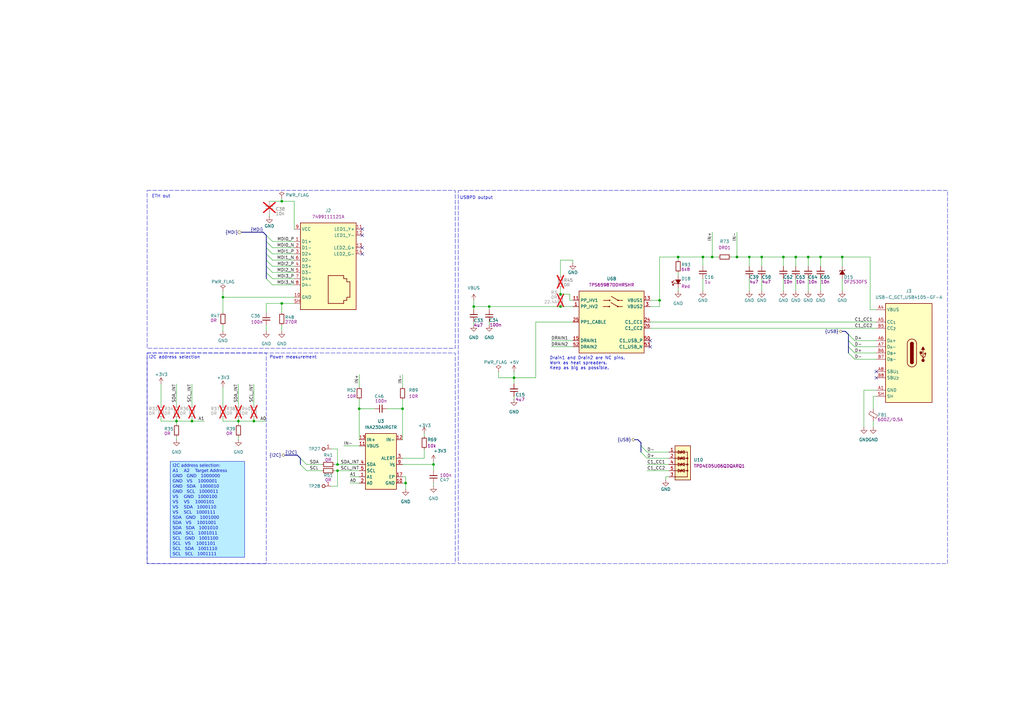
<source format=kicad_sch>
(kicad_sch (version 20250114) (generator "eeschema") (generator_version "9.0")
  (paper "A3")
  (title_block (title "Power over Ethernet  to USB-C Power Delivery adapter") (date "2025-12-30") (rev "1.1.0") (company "Antmicro Ltd.") (comment 1 "www.antmicro.com"))
  (rectangle (start 60.325 144.78) (end 109.22 231.14) (stroke (width 0) (type dash)))
  (rectangle (start 60.325 78.105) (end 186.69 142.875) (stroke (width 0) (type dash)))
  (rectangle (start 60.325 144.78) (end 186.69 231.14) (stroke (width 0) (type dash)))
  (rectangle (start 187.96 78.105) (end 388.62 231.14) (stroke (width 0) (type dash)))
  (text "Drain1 and Drain2 are NC pins.\nWork as heat spreaders.\nKeep as big as possible." (at 225.425 151.765 0) (effects (font (size 1.27 1.27)) (justify left bottom)))
  (text "Power measurement" (at 110.49 147.32 0) (effects (font (size 1.27 1.27)) (justify left bottom)))
  (text "USBPD output" (at 188.595 81.915 0) (effects (font (size 1.27 1.27)) (justify left bottom)))
  (text "ETH out" (at 62.23 81.28 0) (effects (font (size 1.27 1.27)) (justify left bottom)))
  (text "I2C address selection" (at 60.96 147.32 0) (effects (font (size 1.27 1.27)) (justify left bottom)))
  (text_box "I2C address selection:\nA1    A2    Target Address\nGND   GND   1000000\nGND   VS    1000001\nGND   SDA   1000010\nGND   SCL   1000011\nVS    GND   1000100\nVS    VS    1000101\nVS    SDA   1000110\nVS    SCL   1000111\nSDA   GND   1001000\nSDA   VS    1001001\nSDA   SDA   1001010\nSDA   SCL   1001011\nSCL   GND   1001100\nSCL   VS    1001101\nSCL   SDA   1001110\nSCL   SCL   1001111" (at 69.85 189.23 0) (size 30.48 39.37) (margins 0.9525 0.9525 0.9525 0.9525) (fill (type color) (color 85 210 255 0.41)) (effects (font (size 1.27 1.27)) (justify left top)))
  (junction (at 72.39 172.72))
  (junction (at 312.42 105.41))
  (junction (at 115.57 82.55))
  (junction (at 210.82 154.94))
  (junction (at 288.29 105.41))
  (junction (at 336.55 105.41))
  (junction (at 91.44 121.92))
  (junction (at 326.39 105.41))
  (junction (at 321.31 105.41))
  (junction (at 78.74 172.72))
  (junction (at 115.57 124.46))
  (junction (at 229.87 125.73))
  (junction (at 165.1 167.64))
  (junction (at 278.13 105.41))
  (junction (at 138.43 190.5))
  (junction (at 345.44 105.41))
  (junction (at 147.32 167.64))
  (junction (at 166.37 198.12))
  (junction (at 104.14 172.72))
  (junction (at 229.87 120.65))
  (junction (at 331.47 105.41))
  (junction (at 194.31 125.73))
  (junction (at 138.43 193.04))
  (junction (at 307.34 105.41))
  (junction (at 200.66 125.73))
  (junction (at 292.1 105.41))
  (junction (at 302.26 105.41))
  (junction (at 177.8 190.5))
  (junction (at 97.79 172.72))
  (junction (at 270.51 123.19))
  (no_connect (at 359.41 154.94))
  (no_connect (at 266.7 139.7))
  (no_connect (at 148.59 96.52))
  (no_connect (at 359.41 152.4))
  (no_connect (at 266.7 142.24))
  (no_connect (at 148.59 104.14))
  (no_connect (at 148.59 93.98))
  (no_connect (at 148.59 101.6))
  (bus_entry (at 350.52 139.7) (size -2.54 -2.54))
  (bus_entry (at 265.43 187.96) (size -2.54 -2.54))
  (bus_entry (at 109.22 96.52) (size 2.54 2.54))
  (bus_entry (at 109.22 106.68) (size 2.54 2.54))
  (bus_entry (at 125.73 193.04) (size -2.54 -2.54))
  (bus_entry (at 125.73 190.5) (size -2.54 -2.54))
  (bus_entry (at 109.22 104.14) (size 2.54 2.54))
  (bus_entry (at 265.43 185.42) (size -2.54 -2.54))
  (bus_entry (at 350.52 142.24) (size -2.54 -2.54))
  (bus_entry (at 350.52 147.32) (size -2.54 -2.54))
  (bus_entry (at 109.22 109.22) (size 2.54 2.54))
  (bus_entry (at 109.22 101.6) (size 2.54 2.54))
  (bus_entry (at 109.22 111.76) (size 2.54 2.54))
  (bus_entry (at 109.22 114.3) (size 2.54 2.54))
  (bus_entry (at 350.52 144.78) (size -2.54 -2.54))
  (bus_entry (at 109.22 99.06) (size 2.54 2.54))
  (wire (pts (xy 354.33 160.02) (xy 354.33 175.26)))
  (wire (pts (xy 120.65 106.68) (xy 111.76 106.68)))
  (wire (pts (xy 200.66 132.08) (xy 200.66 133.35)))
  (wire (pts (xy 91.44 121.92) (xy 91.44 128.27)))
  (wire (pts (xy 194.31 125.73) (xy 200.66 125.73)))
  (wire (pts (xy 104.14 172.72) (xy 109.22 172.72)))
  (wire (pts (xy 143.51 198.12) (xy 147.32 198.12)))
  (wire (pts (xy 270.51 105.41) (xy 270.51 123.19)))
  (bus (pts (xy 109.22 104.14) (xy 109.22 106.68)))
  (wire (pts (xy 226.06 142.24) (xy 234.95 142.24)))
  (wire (pts (xy 265.43 193.04) (xy 274.32 193.04)))
  (wire (pts (xy 266.7 132.08) (xy 359.41 132.08)))
  (wire (pts (xy 331.47 109.22) (xy 331.47 105.41)))
  (wire (pts (xy 194.31 132.08) (xy 194.31 133.35)))
  (wire (pts (xy 292.1 105.41) (xy 294.64 105.41)))
  (bus (pts (xy 109.22 101.6) (xy 109.22 104.14)))
  (wire (pts (xy 166.37 198.12) (xy 165.1 198.12)))
  (wire (pts (xy 321.31 105.41) (xy 326.39 105.41)))
  (wire (pts (xy 72.39 172.72) (xy 72.39 173.99)))
  (wire (pts (xy 200.66 125.73) (xy 229.87 125.73)))
  (wire (pts (xy 177.8 189.23) (xy 177.8 190.5)))
  (wire (pts (xy 120.65 116.84) (xy 111.76 116.84)))
  (bus (pts (xy 109.22 96.52) (xy 107.95 95.25)))
  (bus (pts (xy 109.22 99.06) (xy 109.22 101.6)))
  (wire (pts (xy 233.68 120.65) (xy 233.68 123.19)))
  (wire (pts (xy 265.43 187.96) (xy 274.32 187.96)))
  (wire (pts (xy 78.74 171.45) (xy 78.74 172.72)))
  (wire (pts (xy 350.52 144.78) (xy 359.41 144.78)))
  (wire (pts (xy 326.39 114.3) (xy 326.39 119.38)))
  (wire (pts (xy 358.14 172.72) (xy 358.14 175.26)))
  (wire (pts (xy 173.99 177.8) (xy 173.99 179.07)))
  (wire (pts (xy 265.43 190.5) (xy 274.32 190.5)))
  (wire (pts (xy 278.13 111.76) (xy 278.13 113.03)))
  (wire (pts (xy 110.49 87.63) (xy 110.49 88.9)))
  (wire (pts (xy 115.57 128.27) (xy 115.57 124.46)))
  (wire (pts (xy 270.51 105.41) (xy 278.13 105.41)))
  (wire (pts (xy 331.47 114.3) (xy 331.47 119.38)))
  (wire (pts (xy 138.43 193.04) (xy 147.32 193.04)))
  (wire (pts (xy 165.1 195.58) (xy 166.37 195.58)))
  (wire (pts (xy 345.44 109.22) (xy 345.44 105.41)))
  (wire (pts (xy 307.34 109.22) (xy 307.34 105.41)))
  (wire (pts (xy 147.32 153.67) (xy 147.32 158.75)))
  (wire (pts (xy 137.16 193.04) (xy 138.43 193.04)))
  (wire (pts (xy 120.65 104.14) (xy 111.76 104.14)))
  (wire (pts (xy 72.39 179.07) (xy 72.39 180.34)))
  (wire (pts (xy 210.82 154.94) (xy 204.47 154.94)))
  (wire (pts (xy 147.32 163.83) (xy 147.32 167.64)))
  (wire (pts (xy 138.43 184.15) (xy 138.43 190.5)))
  (wire (pts (xy 78.74 157.48) (xy 78.74 166.37)))
  (wire (pts (xy 135.89 184.15) (xy 138.43 184.15)))
  (wire (pts (xy 115.57 133.35) (xy 115.57 135.89)))
  (wire (pts (xy 165.1 187.96) (xy 173.99 187.96)))
  (wire (pts (xy 200.66 125.73) (xy 200.66 127)))
  (wire (pts (xy 307.34 105.41) (xy 312.42 105.41)))
  (wire (pts (xy 120.65 109.22) (xy 111.76 109.22)))
  (wire (pts (xy 120.65 82.55) (xy 115.57 82.55)))
  (wire (pts (xy 91.44 158.75) (xy 91.44 166.37)))
  (wire (pts (xy 229.87 125.73) (xy 234.95 125.73)))
  (wire (pts (xy 229.87 113.03) (xy 229.87 106.68)))
  (wire (pts (xy 115.57 81.28) (xy 115.57 82.55)))
  (wire (pts (xy 326.39 109.22) (xy 326.39 105.41)))
  (wire (pts (xy 109.22 124.46) (xy 115.57 124.46)))
  (wire (pts (xy 278.13 105.41) (xy 288.29 105.41)))
  (bus (pts (xy 262.89 185.42) (xy 262.89 182.88)))
  (wire (pts (xy 109.22 124.46) (xy 109.22 128.27)))
  (wire (pts (xy 158.75 167.64) (xy 165.1 167.64)))
  (wire (pts (xy 143.51 195.58) (xy 147.32 195.58)))
  (bus (pts (xy 262.89 182.88) (xy 262.89 181.61)))
  (wire (pts (xy 273.05 196.85) (xy 273.05 195.58)))
  (wire (pts (xy 97.79 171.45) (xy 97.79 172.72)))
  (bus (pts (xy 262.89 181.61) (xy 261.62 180.34)))
  (wire (pts (xy 270.51 125.73) (xy 266.7 125.73)))
  (wire (pts (xy 210.82 154.94) (xy 210.82 157.48)))
  (wire (pts (xy 336.55 109.22) (xy 336.55 105.41)))
  (wire (pts (xy 292.1 95.25) (xy 292.1 105.41)))
  (wire (pts (xy 219.71 154.94) (xy 219.71 132.08)))
  (wire (pts (xy 97.79 157.48) (xy 97.79 166.37)))
  (wire (pts (xy 177.8 198.12) (xy 177.8 199.39)))
  (wire (pts (xy 358.14 162.56) (xy 358.14 167.64)))
  (bus (pts (xy 99.06 95.25) (xy 107.95 95.25)))
  (wire (pts (xy 97.79 172.72) (xy 104.14 172.72)))
  (wire (pts (xy 350.52 147.32) (xy 359.41 147.32)))
  (bus (pts (xy 116.84 186.69) (xy 121.92 186.69)))
  (wire (pts (xy 229.87 106.68) (xy 234.95 106.68)))
  (wire (pts (xy 109.22 133.35) (xy 109.22 135.89)))
  (wire (pts (xy 210.82 154.94) (xy 219.71 154.94)))
  (wire (pts (xy 120.65 101.6) (xy 111.76 101.6)))
  (wire (pts (xy 345.44 114.3) (xy 345.44 119.38)))
  (wire (pts (xy 138.43 190.5) (xy 147.32 190.5)))
  (bus (pts (xy 347.98 137.16) (xy 347.98 139.7)))
  (wire (pts (xy 321.31 114.3) (xy 321.31 119.38)))
  (bus (pts (xy 347.98 139.7) (xy 347.98 142.24)))
  (wire (pts (xy 288.29 105.41) (xy 292.1 105.41)))
  (wire (pts (xy 97.79 179.07) (xy 97.79 180.34)))
  (wire (pts (xy 307.34 114.3) (xy 307.34 119.38)))
  (wire (pts (xy 312.42 105.41) (xy 321.31 105.41)))
  (wire (pts (xy 104.14 157.48) (xy 104.14 166.37)))
  (wire (pts (xy 266.7 134.62) (xy 359.41 134.62)))
  (wire (pts (xy 125.73 193.04) (xy 132.08 193.04)))
  (wire (pts (xy 91.44 133.35) (xy 91.44 135.89)))
  (wire (pts (xy 72.39 172.72) (xy 78.74 172.72)))
  (wire (pts (xy 165.1 153.67) (xy 165.1 158.75)))
  (wire (pts (xy 270.51 123.19) (xy 266.7 123.19)))
  (wire (pts (xy 356.87 127) (xy 359.41 127)))
  (wire (pts (xy 288.29 109.22) (xy 288.29 105.41)))
  (wire (pts (xy 173.99 187.96) (xy 173.99 184.15)))
  (wire (pts (xy 321.31 109.22) (xy 321.31 105.41)))
  (wire (pts (xy 336.55 105.41) (xy 345.44 105.41)))
  (wire (pts (xy 91.44 172.72) (xy 97.79 172.72)))
  (wire (pts (xy 356.87 105.41) (xy 356.87 127)))
  (wire (pts (xy 331.47 105.41) (xy 336.55 105.41)))
  (wire (pts (xy 326.39 105.41) (xy 331.47 105.41)))
  (wire (pts (xy 91.44 172.72) (xy 91.44 171.45)))
  (bus (pts (xy 347.98 137.16) (xy 346.71 135.89)))
  (bus (pts (xy 109.22 96.52) (xy 109.22 99.06)))
  (wire (pts (xy 229.87 118.11) (xy 229.87 120.65)))
  (wire (pts (xy 147.32 167.64) (xy 153.67 167.64)))
  (wire (pts (xy 194.31 123.19) (xy 194.31 125.73)))
  (bus (pts (xy 109.22 109.22) (xy 109.22 111.76)))
  (wire (pts (xy 312.42 109.22) (xy 312.42 105.41)))
  (wire (pts (xy 97.79 172.72) (xy 97.79 173.99)))
  (bus (pts (xy 347.98 142.24) (xy 347.98 144.78)))
  (wire (pts (xy 302.26 105.41) (xy 307.34 105.41)))
  (wire (pts (xy 166.37 195.58) (xy 166.37 198.12)))
  (wire (pts (xy 138.43 199.39) (xy 138.43 193.04)))
  (wire (pts (xy 120.65 114.3) (xy 111.76 114.3)))
  (bus (pts (xy 345.44 135.89) (xy 346.71 135.89)))
  (bus (pts (xy 109.22 106.68) (xy 109.22 109.22)))
  (wire (pts (xy 229.87 120.65) (xy 233.68 120.65)))
  (wire (pts (xy 350.52 142.24) (xy 359.41 142.24)))
  (bus (pts (xy 109.22 111.76) (xy 109.22 114.3)))
  (wire (pts (xy 72.39 157.48) (xy 72.39 166.37)))
  (wire (pts (xy 226.06 139.7) (xy 234.95 139.7)))
  (wire (pts (xy 278.13 106.68) (xy 278.13 105.41)))
  (wire (pts (xy 312.42 114.3) (xy 312.42 119.38)))
  (wire (pts (xy 66.04 172.72) (xy 66.04 171.45)))
  (wire (pts (xy 359.41 160.02) (xy 354.33 160.02)))
  (wire (pts (xy 210.82 162.56) (xy 210.82 163.83)))
  (wire (pts (xy 125.73 190.5) (xy 132.08 190.5)))
  (wire (pts (xy 265.43 185.42) (xy 274.32 185.42)))
  (wire (pts (xy 274.32 195.58) (xy 273.05 195.58)))
  (wire (pts (xy 165.1 180.34) (xy 165.1 167.64)))
  (wire (pts (xy 270.51 123.19) (xy 270.51 125.73)))
  (wire (pts (xy 166.37 200.66) (xy 166.37 198.12)))
  (wire (pts (xy 233.68 123.19) (xy 234.95 123.19)))
  (wire (pts (xy 115.57 124.46) (xy 120.65 124.46)))
  (wire (pts (xy 359.41 162.56) (xy 358.14 162.56)))
  (wire (pts (xy 350.52 139.7) (xy 359.41 139.7)))
  (wire (pts (xy 137.16 190.5) (xy 138.43 190.5)))
  (wire (pts (xy 135.89 199.39) (xy 138.43 199.39)))
  (wire (pts (xy 234.95 106.68) (xy 234.95 107.95)))
  (wire (pts (xy 345.44 105.41) (xy 356.87 105.41)))
  (wire (pts (xy 299.72 105.41) (xy 302.26 105.41)))
  (bus (pts (xy 260.35 180.34) (xy 261.62 180.34)))
  (wire (pts (xy 110.49 82.55) (xy 115.57 82.55)))
  (wire (pts (xy 104.14 171.45) (xy 104.14 172.72)))
  (wire (pts (xy 165.1 167.64) (xy 165.1 163.83)))
  (wire (pts (xy 194.31 125.73) (xy 194.31 127)))
  (wire (pts (xy 120.65 111.76) (xy 111.76 111.76)))
  (wire (pts (xy 336.55 114.3) (xy 336.55 119.38)))
  (bus (pts (xy 123.19 187.96) (xy 121.92 186.69)))
  (wire (pts (xy 278.13 119.38) (xy 278.13 118.11)))
  (wire (pts (xy 147.32 182.88) (xy 140.97 182.88)))
  (wire (pts (xy 219.71 132.08) (xy 234.95 132.08)))
  (wire (pts (xy 120.65 82.55) (xy 120.65 93.98)))
  (wire (pts (xy 91.44 119.38) (xy 91.44 121.92)))
  (wire (pts (xy 72.39 171.45) (xy 72.39 172.72)))
  (wire (pts (xy 120.65 99.06) (xy 111.76 99.06)))
  (wire (pts (xy 147.32 180.34) (xy 147.32 167.64)))
  (wire (pts (xy 78.74 172.72) (xy 83.82 172.72)))
  (bus (pts (xy 123.19 190.5) (xy 123.19 187.96)))
  (wire (pts (xy 91.44 121.92) (xy 120.65 121.92)))
  (wire (pts (xy 204.47 154.94) (xy 204.47 152.4)))
  (wire (pts (xy 177.8 190.5) (xy 177.8 193.04)))
  (wire (pts (xy 210.82 152.4) (xy 210.82 154.94)))
  (wire (pts (xy 66.04 172.72) (xy 72.39 172.72)))
  (wire (pts (xy 288.29 114.3) (xy 288.29 119.38)))
  (wire (pts (xy 165.1 190.5) (xy 177.8 190.5)))
  (wire (pts (xy 302.26 95.25) (xy 302.26 105.41)))
  (wire (pts (xy 66.04 157.48) (xy 66.04 166.37)))
  (label "IN+" (at 292.1 95.25 270))
  (label "IN+" (at 147.32 153.67 270))
  (label "D-" (at 265.43 185.42 0))
  (label "MDI2_P" (at 120.65 109.22 180))
  (label "D-" (at 350.52 147.32 0))
  (label "MDI0_P" (at 120.65 99.06 180))
  (label "A1" (at 143.51 195.58 0))
  (label "A0" (at 109.22 172.72 180))
  (label "IN-" (at 140.97 182.88 0))
  (label "SCL" (at 127 193.04 0))
  (label "IN-" (at 302.26 95.25 270))
  (label "MDI1_N" (at 120.65 106.68 180))
  (label "SCL_INT" (at 139.7 193.04 0))
  (label "SDA" (at 127 190.5 0))
  (label "A0" (at 143.51 198.12 0))
  (label "MDI1_P" (at 120.65 104.14 180))
  (label "SDA_INT" (at 139.7 190.5 0))
  (label "D+" (at 265.43 187.96 0))
  (label "DRAIN1" (at 226.06 139.7 0))
  (label "{MDI}" (at 107.95 95.25 180))
  (label "MDI3_P" (at 120.65 114.3 180))
  (label "SCL_INT" (at 78.74 157.48 270))
  (label "D-" (at 350.52 142.24 0))
  (label "C1_CC1" (at 265.43 190.5 0))
  (label "MDI0_N" (at 120.65 101.6 180))
  (label "SDA_INT" (at 72.39 157.48 270))
  (label "{I2C}" (at 121.92 186.69 180))
  (label "MDI2_N" (at 120.65 111.76 180))
  (label "DRAIN2" (at 226.06 142.24 0))
  (label "SCL_INT" (at 104.14 157.48 270))
  (label "D+" (at 350.52 139.7 0))
  (label "C1_CC1" (at 350.52 132.08 0))
  (label "C1_CC2" (at 265.43 193.04 0))
  (label "C1_CC2" (at 350.52 134.62 0))
  (label "D+" (at 350.52 144.78 0))
  (label "MDI3_N" (at 120.65 116.84 180))
  (label "A1" (at 83.82 172.72 180))
  (label "IN-" (at 165.1 153.67 270))
  (label "SDA_INT" (at 97.79 157.48 270))
  (hierarchical_label "{I2C}" (shape bidirectional) (at 116.84 186.69 180))
  (hierarchical_label "{USB}" (shape bidirectional) (at 345.44 135.89 180))
  (hierarchical_label "{MDI}" (shape input) (at 99.06 95.25 180))
  (hierarchical_label "{USB}" (shape bidirectional) (at 260.35 180.34 180))
  (symbol (lib_id "antmicroResistors0402:R_0R_0402") (at 132.08 190.5 0) (unit 1)
    (property "Reference" "R41" (at 134.62 186.69 0))
    (property "Value" "R_0R_0402" (effects (hide yes)))
    (property "Footprint" "antmicro-footprints:R_0402_1005Metric" (effects (hide yes)))
    (property "Datasheet" "https://industrial.panasonic.com/cdbs/www-data/pdf/RDA0000/AOA0000C301.pdf" (effects (hide yes)))
    (property "MPN" "ERJ2GE0R00X" (effects (hide yes)))
    (property "Manufacturer" "Panasonic" (effects (hide yes)))
    (property "License" "Apache-2.0" (effects (hide yes)))
    (property "Author" "Antmicro" (effects (hide yes)))
    (property "Val" "0R" (at 134.62 188.595 0))
    (property "Current" "1A" (effects (hide yes)))
  )
  (symbol (lib_id "antmicropower:GND") (at 109.22 135.89 0) (unit 1)
    (property "Reference" "#PWR077" (effects (hide yes)))
    (property "Value" "GND" (at 109.22 140.97 0))
    (property "Author" "Antmicro" (effects (hide yes)))
    (property "License" "Apache-2.0" (effects (hide yes)))
  )
  (symbol (lib_id "antmicropower:GND") (at 354.33 175.26 0) (unit 1)
    (property "Reference" "#PWR070" (effects (hide yes)))
    (property "Value" "GND" (at 354.33 180.34 0))
    (property "Author" "Antmicro" (effects (hide yes)))
    (property "License" "Apache-2.0" (effects (hide yes)))
  )
  (symbol (lib_id "antmicropower:GND") (at 288.29 119.38 0) (unit 1)
    (property "Reference" "#PWR069" (effects (hide yes)))
    (property "Value" "GND" (at 288.29 123.19 0))
    (property "Author" "Antmicro" (effects (hide yes)))
    (property "License" "Apache-2.0" (effects (hide yes)))
  )
  (symbol (lib_id "antmicropower:VBUS") (at 194.31 123.19 0) (unit 1)
    (property "Reference" "#PWR068" (effects (hide yes)))
    (property "Value" "VBUS" (at 194.31 118.11 0))
  )
  (symbol (lib_id "antmicropower:GND") (at 234.95 107.95 0) (unit 1)
    (property "Reference" "#PWR079" (effects (hide yes)))
    (property "Value" "GND" (at 234.95 111.76 0))
    (property "Author" "Antmicro" (effects (hide yes)))
    (property "License" "Apache-2.0" (effects (hide yes)))
  )
  (symbol (lib_id "antmicroCapacitors0402:C_100n_0402") (at 153.67 167.64 0) (unit 1)
    (property "Reference" "C46" (at 157.48 162.56 0) (effects (justify right)))
    (property "Value" "C_100n_0402" (effects (hide yes)))
    (property "Footprint" "antmicro-footprints:C_0402_1005Metric" (effects (hide yes)))
    (property "Datasheet" "https://www.murata.com/products/productdetail?partno=GRM155R61H104KE14%23" (effects (hide yes)))
    (property "Manufacturer" "Murata" (effects (hide yes)))
    (property "MPN" "GRM155R61H104KE14D" (effects (hide yes)))
    (property "Val" "100n" (at 158.75 164.465 0) (effects (justify right)))
    (property "License" "Apache-2.0" (effects (hide yes)))
    (property "Author" "Antmicro" (effects (hide yes)))
    (property "Voltage" "50V" (effects (hide yes)))
    (property "Dielectric" "X5R" (effects (hide yes)))
  )
  (symbol (lib_id "antmicroResistors0402:R_10R_0402") (at 147.32 163.83 90) (unit 1)
    (property "Reference" "R52" (at 142.24 160.02 90) (effects (justify right)))
    (property "Value" "R_10R_0402" (effects (hide yes)))
    (property "Footprint" "antmicro-footprints:R_0402_1005Metric" (effects (hide yes)))
    (property "Datasheet" "https://www.bourns.com/docs/product-datasheets/cr.pdf" (effects (hide yes)))
    (property "MPN" "CR0402-FX-10R0GLF" (effects (hide yes)))
    (property "Manufacturer" "Bourns" (effects (hide yes)))
    (property "License" "Apache-2.0" (effects (hide yes)))
    (property "Author" "Antmicro" (effects (hide yes)))
    (property "Val" "10R" (at 142.24 162.56 90) (effects (justify right)))
    (property "Tolerance" "1%" (effects (hide yes)))
  )
  (symbol (lib_id "antmicroInterfaceControllers:TPS65987DDHRSHR") (at 266.7 123.19 0) (mirror y) (unit 2)
    (property "Reference" "U6" (at 250.825 114.3 0))
    (property "Value" "TPS65987DDHRSHR" (effects (hide yes)))
    (property "Footprint" "antmicro-footprints:IC_TPS65987DDHRSHR" (effects (hide yes)))
    (property "Datasheet" "https://www.ti.com/lit/ds/symlink/tps65987d.pdf?ts=1720696952762&ref_url=https%253A%252F%252Fwww.ti.com%252Fproduct%252FTPS65987D%253Fbm-verify%253DAAQAAAAJ_____-o1LmU18E_WILkZVvHcuKcPEfFwTS6tlsW23TXkZNPfmEOYosFoIDVa7Oh0Ev5AAtjNRV4ReLn5eUD6s97WJfgAA_3PhpK-eL4wPHvTUXD1m6m55vocQ48bEQGa5RdOjfzwFS_n64Qgq_LV0eCM8BpVDumG4dpzVJRXXmSapYB1T1asOudiO5noPttKmAGgLVVJvd_Rmvs30u_CZ2y8V--rVvb0aqpgdV8xphKy6VS4nXHBIvJslmLIeV6BQAwkbF2aqBvN7X1bD4bCuRQBwj8ZENhQeurU-sJFAEMwDe3QxEmxyKw" (effects (hide yes)))
    (property "MPN" "TPS65987DDHRSHR" (at 250.825 116.84 0))
    (property "Manufacturer" "Texas Instruments" (effects (hide yes)))
    (property "License" "Apache-2.0" (effects (hide yes)))
    (property "Author" "Antmicro" (effects (hide yes)))
  )
  (symbol (lib_id "antmicroResistors0402:R_0R_0402") (at 104.14 171.45 90) (unit 1) (in_bom no) (dnp yes)
    (property "Reference" "R40" (at 99.06 167.64 90) (effects (justify right)))
    (property "Value" "R_0R_0402" (effects (hide yes)))
    (property "Footprint" "antmicro-footprints:R_0402_1005Metric" (effects (hide yes)))
    (property "Datasheet" "https://industrial.panasonic.com/cdbs/www-data/pdf/RDA0000/AOA0000C301.pdf" (effects (hide yes)))
    (property "MPN" "ERJ2GE0R00X" (effects (hide yes)))
    (property "Manufacturer" "Panasonic" (effects (hide yes)))
    (property "License" "Apache-2.0" (effects (hide yes)))
    (property "Author" "Antmicro" (effects (hide yes)))
    (property "Val" "0R" (at 99.06 169.545 90) (effects (justify right)))
    (property "Current" "1A" (effects (hide yes)))
    (property "DNP" "DNP" (effects (hide yes)))
  )
  (symbol (lib_id "antmicroResistors0402:R_0R_0402") (at 97.79 171.45 90) (unit 1) (in_bom no) (dnp yes)
    (property "Reference" "R38" (at 92.71 167.64 90) (effects (justify right)))
    (property "Value" "R_0R_0402" (effects (hide yes)))
    (property "Footprint" "antmicro-footprints:R_0402_1005Metric" (effects (hide yes)))
    (property "Datasheet" "https://industrial.panasonic.com/cdbs/www-data/pdf/RDA0000/AOA0000C301.pdf" (effects (hide yes)))
    (property "MPN" "ERJ2GE0R00X" (effects (hide yes)))
    (property "Manufacturer" "Panasonic" (effects (hide yes)))
    (property "License" "Apache-2.0" (effects (hide yes)))
    (property "Author" "Antmicro" (effects (hide yes)))
    (property "Val" "0R" (at 92.71 169.545 90) (effects (justify right)))
    (property "Current" "1A" (effects (hide yes)))
    (property "DNP" "DNP" (effects (hide yes)))
  )
  (symbol (lib_id "antmicropower:PWR_FLAG") (at 204.47 152.4 0) (unit 1)
    (property "Reference" "#FLG013" (effects (hide yes)))
    (property "Value" "PWR_FLAG" (at 203.2 148.59 0))
  )
  (symbol (lib_id "antmicropower:GND") (at 326.39 119.38 0) (unit 1)
    (property "Reference" "#PWR0165" (effects (hide yes)))
    (property "Value" "GND" (at 326.39 123.19 0))
    (property "Author" "Antmicro" (effects (hide yes)))
    (property "License" "Apache-2.0" (effects (hide yes)))
  )
  (symbol (lib_id "antmicroUSBConnectors:USB-C_GCT_USB4105-GF-A") (at 359.41 127 0) (mirror y) (unit 1)
    (property "Reference" "J3" (at 372.745 119.38 0))
    (property "Value" "USB-C_GCT_USB4105-GF-A" (at 372.745 121.92 0))
    (property "Footprint" "antmicro-footprints:USB-C_Receptacle_GCT_USB4105-GF-A" (effects (hide yes)))
    (property "Datasheet" "https://gct.co/files/drawings/usb4105.pdf" (effects (hide yes)))
    (property "Manufacturer" "GCT" (effects (hide yes)))
    (property "MPN" "USB4105-GF-A" (effects (hide yes)))
    (property "Author" "Antmicro" (effects (hide yes)))
    (property "License" "Apache-2.0" (effects (hide yes)))
  )
  (symbol (lib_id "antmicropower:+3V3") (at 177.8 189.23 0) (unit 1)
    (property "Reference" "#PWR066" (effects (hide yes)))
    (property "Value" "+3V3" (at 177.8 185.674 0) (effects (justify left bottom)))
    (property "Author" "Antmicro" (effects (hide yes)))
    (property "License" "Apache-2.0" (effects (hide yes)))
  )
  (symbol (lib_id "antmicroCapacitors0402:C_10n_50V_X7R_0402") (at 110.49 87.63 90) (unit 1) (in_bom no) (dnp yes)
    (property "Reference" "C38" (at 113.03 85.725 90) (effects (justify right)))
    (property "Value" "C_10n_50V_X7R_0402" (effects (hide yes)))
    (property "Footprint" "antmicro-footprints:C_0402_1005Metric" (effects (hide yes)))
    (property "Datasheet" "https://www.kemet.com/en/us/capacitors/product/C0402C103J5RAC.html" (effects (hide yes)))
    (property "MPN" "C0402C103J5RAC" (effects (hide yes)))
    (property "Val" "10n" (at 113.03 87.63 90) (effects (justify right)))
    (property "Voltage" "50V" (effects (hide yes)))
    (property "Dielectric" "X7R" (effects (hide yes)))
    (property "Manufacturer" "KEMET" (effects (hide yes)))
    (property "License" "Apache-2.0" (effects (hide yes)))
    (property "Author" "Antmicro" (effects (hide yes)))
  )
  (symbol (lib_id "antmicropower:GND") (at 91.44 135.89 0) (unit 1)
    (property "Reference" "#PWR076" (effects (hide yes)))
    (property "Value" "GND" (at 91.44 139.7 0))
    (property "Author" "Antmicro" (effects (hide yes)))
    (property "License" "Apache-2.0" (effects (hide yes)))
  )
  (symbol (lib_id "antmicroCapacitors0402:C_10n_50V_X7R_0402") (at 326.39 114.3 90) (unit 1)
    (property "Reference" "C63" (at 326.39 113.665 90) (effects (justify right)))
    (property "Value" "C_10n_50V_X7R_0402" (effects (hide yes)))
    (property "Footprint" "antmicro-footprints:C_0402_1005Metric" (effects (hide yes)))
    (property "Datasheet" "https://www.kemet.com/en/us/capacitors/product/C0402C103J5RAC.html" (effects (hide yes)))
    (property "MPN" "C0402C103J5RAC" (effects (hide yes)))
    (property "Val" "10n" (at 326.39 115.57 90) (effects (justify right)))
    (property "Voltage" "50V" (effects (hide yes)))
    (property "Dielectric" "X7R" (effects (hide yes)))
    (property "Manufacturer" "KEMET" (effects (hide yes)))
    (property "License" "Apache-2.0" (effects (hide yes)))
    (property "Author" "Antmicro" (effects (hide yes)))
  )
  (symbol (lib_id "antmicroResistors0402:R_10R_0402") (at 165.1 163.83 90) (unit 1)
    (property "Reference" "R89" (at 167.64 160.02 90) (effects (justify right)))
    (property "Value" "R_10R_0402" (effects (hide yes)))
    (property "Footprint" "antmicro-footprints:R_0402_1005Metric" (effects (hide yes)))
    (property "Datasheet" "https://www.bourns.com/docs/product-datasheets/cr.pdf" (effects (hide yes)))
    (property "MPN" "CR0402-FX-10R0GLF" (effects (hide yes)))
    (property "Manufacturer" "Bourns" (effects (hide yes)))
    (property "License" "Apache-2.0" (effects (hide yes)))
    (property "Author" "Antmicro" (effects (hide yes)))
    (property "Val" "10R" (at 167.64 162.56 90) (effects (justify right)))
    (property "Tolerance" "1%" (effects (hide yes)))
  )
  (symbol (lib_id "antmicroResistors0402:R_0R_0402") (at 72.39 179.07 90) (unit 1)
    (property "Reference" "R35" (at 67.31 175.895 90) (effects (justify right)))
    (property "Value" "R_0R_0402" (effects (hide yes)))
    (property "Footprint" "antmicro-footprints:R_0402_1005Metric" (effects (hide yes)))
    (property "Datasheet" "https://industrial.panasonic.com/cdbs/www-data/pdf/RDA0000/AOA0000C301.pdf" (effects (hide yes)))
    (property "MPN" "ERJ2GE0R00X" (effects (hide yes)))
    (property "Manufacturer" "Panasonic" (effects (hide yes)))
    (property "License" "Apache-2.0" (effects (hide yes)))
    (property "Author" "Antmicro" (effects (hide yes)))
    (property "Val" "0R" (at 67.31 177.8 90) (effects (justify right)))
    (property "Current" "1A" (effects (hide yes)))
    (property "DNP" "DNP" (effects (hide yes)))
  )
  (symbol (lib_id "antmicroTestPoints:TP_0.75mm_SMD") (at 135.89 199.39 0) (mirror y) (unit 1) (in_bom no)
    (property "Reference" "TP28" (at 131.445 199.39 0) (effects (justify left)))
    (property "Value" "TP_0.75mm_SMD" (effects (hide yes)))
    (property "Footprint" "antmicro-footprints:TP_SMD_0.75mm" (effects (hide yes)))
    (property "Author" "Antmicro" (effects (hide yes)))
    (property "License" "Apache-2.0" (effects (hide yes)))
  )
  (symbol (lib_id "antmicroResistors0402:R_0R_0402") (at 72.39 171.45 90) (unit 1) (in_bom no) (dnp yes)
    (property "Reference" "R34" (at 67.31 167.64 90) (effects (justify right)))
    (property "Value" "R_0R_0402" (effects (hide yes)))
    (property "Footprint" "antmicro-footprints:R_0402_1005Metric" (effects (hide yes)))
    (property "Datasheet" "https://industrial.panasonic.com/cdbs/www-data/pdf/RDA0000/AOA0000C301.pdf" (effects (hide yes)))
    (property "MPN" "ERJ2GE0R00X" (effects (hide yes)))
    (property "Manufacturer" "Panasonic" (effects (hide yes)))
    (property "License" "Apache-2.0" (effects (hide yes)))
    (property "Author" "Antmicro" (effects (hide yes)))
    (property "Val" "0R" (at 67.31 169.545 90) (effects (justify right)))
    (property "Current" "1A" (effects (hide yes)))
    (property "DNP" "DNP" (effects (hide yes)))
  )
  (symbol (lib_id "antmicropower:+3V3") (at 66.04 157.48 0) (unit 1)
    (property "Reference" "#PWR029" (effects (hide yes)))
    (property "Value" "+3V3" (at 63.5 154.305 0) (effects (justify left bottom)))
    (property "Author" "Antmicro" (effects (hide yes)))
    (property "License" "Apache-2.0" (effects (hide yes)))
  )
  (symbol (lib_id "antmicropower:GND") (at 273.05 196.85 0) (unit 1)
    (property "Reference" "#PWR088" (effects (hide yes)))
    (property "Value" "GND" (at 273.05 200.66 0))
    (property "Author" "Antmicro" (effects (hide yes)))
    (property "License" "Apache-2.0" (effects (hide yes)))
  )
  (symbol (lib_id "antmicropower:+3V3") (at 91.44 158.75 0) (unit 1)
    (property "Reference" "#PWR061" (effects (hide yes)))
    (property "Value" "+3V3" (at 88.9 155.575 0) (effects (justify left bottom)))
    (property "Author" "Antmicro" (effects (hide yes)))
    (property "License" "Apache-2.0" (effects (hide yes)))
  )
  (symbol (lib_id "antmicropower:GND") (at 194.31 133.35 0) (unit 1)
    (property "Reference" "#PWR080" (effects (hide yes)))
    (property "Value" "GND" (at 194.31 138.43 0))
    (property "Author" "Antmicro" (effects (hide yes)))
    (property "License" "Apache-2.0" (effects (hide yes)))
  )
  (symbol (lib_id "antmicroResistors0603:R_0R_22.4A_0603") (at 229.87 120.65 90) (mirror x) (unit 1) (in_bom no) (dnp yes)
    (property "Reference" "R3" (at 228.6 120.015 90) (effects (justify left)))
    (property "Value" "R_0R_22.4A_0603" (effects (hide yes)))
    (property "Footprint" "antmicro-footprints:R_0603_1608Metric" (effects (hide yes)))
    (property "Datasheet" "https://fscdn.rohm.com/en/products/databook/datasheet/passive/resistor/chip_resistor/pmr-jpw-e.pdf" (effects (hide yes)))
    (property "MPN" "PMR03EZPJ000" (effects (hide yes)))
    (property "Manufacturer" "ROHM Semiconductor" (effects (hide yes)))
    (property "Val" "0R" (at 228.6 121.92 90) (effects (justify left)))
    (property "Max. Curr." "22.4A" (at 228.6 123.825 90) (effects (justify left)))
    (property "Author" "Antmicro" (effects (hide yes)))
    (property "License" "Apache-2.0" (effects (hide yes)))
    (property "Tolerance" "template_tolerance" (effects (hide yes)))
    (property "DNP" "DNP" (effects (hide yes)))
  )
  (symbol (lib_id "antmicroResistors0402:R_0R_0402") (at 97.79 179.07 90) (unit 1)
    (property "Reference" "R39" (at 92.71 175.895 90) (effects (justify right)))
    (property "Value" "R_0R_0402" (effects (hide yes)))
    (property "Footprint" "antmicro-footprints:R_0402_1005Metric" (effects (hide yes)))
    (property "Datasheet" "https://industrial.panasonic.com/cdbs/www-data/pdf/RDA0000/AOA0000C301.pdf" (effects (hide yes)))
    (property "MPN" "ERJ2GE0R00X" (effects (hide yes)))
    (property "Manufacturer" "Panasonic" (effects (hide yes)))
    (property "License" "Apache-2.0" (effects (hide yes)))
    (property "Author" "Antmicro" (effects (hide yes)))
    (property "Val" "0R" (at 92.71 177.8 90) (effects (justify right)))
    (property "Current" "1A" (effects (hide yes)))
    (property "DNP" "DNP" (effects (hide yes)))
  )
  (symbol (lib_id "antmicroCapacitors0402:C_4u7_25V_0402") (at 210.82 162.56 90) (unit 1)
    (property "Reference" "C15" (at 211.455 161.925 90) (effects (justify right)))
    (property "Value" "C_4u7_25V_0402" (effects (hide yes)))
    (property "Footprint" "antmicro-footprints:C_0402_1005Metric" (effects (hide yes)))
    (property "Datasheet" "https://www.murata.com/products/productdetail?partno=GRM155C61E475ME15%23" (effects (hide yes)))
    (property "MPN" "GRM155C61E475ME15J" (effects (hide yes)))
    (property "Manufacturer" "Murata" (effects (hide yes)))
    (property "License" "Apache-2.0" (effects (hide yes)))
    (property "Author" "Antmicro" (effects (hide yes)))
    (property "Val" "4u7" (at 211.455 163.83 90) (effects (justify right)))
    (property "Voltage" "25V" (effects (hide yes)))
    (property "Dielectric" "X5S" (effects (hide yes)))
  )
  (symbol (lib_id "antmicroCapacitors0402:C_100n_0402") (at 109.22 128.27 90) (mirror x) (unit 1)
    (property "Reference" "C36" (at 102.87 129.54 90) (effects (justify right)))
    (property "Value" "C_100n_0402" (effects (hide yes)))
    (property "Footprint" "antmicro-footprints:C_0402_1005Metric" (effects (hide yes)))
    (property "Datasheet" "https://www.murata.com/products/productdetail?partno=GRM155R61H104KE14%23" (effects (hide yes)))
    (property "Manufacturer" "Murata" (effects (hide yes)))
    (property "MPN" "GRM155R61H104KE14D" (effects (hide yes)))
    (property "Val" "100n" (at 102.87 132.08 90) (effects (justify right)))
    (property "License" "Apache-2.0" (effects (hide yes)))
    (property "Author" "Antmicro" (effects (hide yes)))
    (property "Voltage" "50V" (effects (hide yes)))
    (property "Dielectric" "X5R" (effects (hide yes)))
  )
  (symbol (lib_id "antmicropower:GND") (at 312.42 119.38 0) (unit 1)
    (property "Reference" "#PWR0103" (effects (hide yes)))
    (property "Value" "GND" (at 312.42 123.19 0))
    (property "Author" "Antmicro" (effects (hide yes)))
    (property "License" "Apache-2.0" (effects (hide yes)))
  )
  (symbol (lib_id "antmicroCapacitors0402:C_10n_50V_X7R_0402") (at 321.31 114.3 90) (unit 1)
    (property "Reference" "C62" (at 321.31 113.665 90) (effects (justify right)))
    (property "Value" "C_10n_50V_X7R_0402" (effects (hide yes)))
    (property "Footprint" "antmicro-footprints:C_0402_1005Metric" (effects (hide yes)))
    (property "Datasheet" "https://www.kemet.com/en/us/capacitors/product/C0402C103J5RAC.html" (effects (hide yes)))
    (property "MPN" "C0402C103J5RAC" (effects (hide yes)))
    (property "Val" "10n" (at 321.31 115.57 90) (effects (justify right)))
    (property "Voltage" "50V" (effects (hide yes)))
    (property "Dielectric" "X7R" (effects (hide yes)))
    (property "Manufacturer" "KEMET" (effects (hide yes)))
    (property "License" "Apache-2.0" (effects (hide yes)))
    (property "Author" "Antmicro" (effects (hide yes)))
  )
  (symbol (lib_id "antmicropower:GND") (at 331.47 119.38 0) (unit 1)
    (property "Reference" "#PWR0166" (effects (hide yes)))
    (property "Value" "GND" (at 331.47 123.19 0))
    (property "Author" "Antmicro" (effects (hide yes)))
    (property "License" "Apache-2.0" (effects (hide yes)))
  )
  (symbol (lib_id "antmicropower:PWR_FLAG") (at 115.57 81.28 0) (unit 1)
    (property "Reference" "#FLG010" (effects (hide yes)))
    (property "Value" "PWR_FLAG" (at 121.92 80.01 0))
  )
  (symbol (lib_id "antmicropower:GND") (at 336.55 119.38 0) (unit 1)
    (property "Reference" "#PWR0167" (effects (hide yes)))
    (property "Value" "GND" (at 336.55 123.19 0))
    (property "Author" "Antmicro" (effects (hide yes)))
    (property "License" "Apache-2.0" (effects (hide yes)))
  )
  (symbol (lib_id "antmicropower:GND") (at 110.49 88.9 0) (unit 1)
    (property "Reference" "#PWR084" (effects (hide yes)))
    (property "Value" "GND" (at 110.49 92.71 0))
    (property "Author" "Antmicro" (effects (hide yes)))
    (property "License" "Apache-2.0" (effects (hide yes)))
  )
  (symbol (lib_id "antmicropower:GND") (at 177.8 199.39 0) (unit 1)
    (property "Reference" "#PWR091" (effects (hide yes)))
    (property "Value" "GND" (at 177.8 204.47 0))
    (property "Author" "Antmicro" (effects (hide yes)))
    (property "License" "Apache-2.0" (effects (hide yes)))
  )
  (symbol (lib_id "antmicroResistors0402:R_0R_0402") (at 132.08 193.04 0) (unit 1)
    (property "Reference" "R51" (at 134.62 194.945 0))
    (property "Value" "R_0R_0402" (effects (hide yes)))
    (property "Footprint" "antmicro-footprints:R_0402_1005Metric" (effects (hide yes)))
    (property "Datasheet" "https://industrial.panasonic.com/cdbs/www-data/pdf/RDA0000/AOA0000C301.pdf" (effects (hide yes)))
    (property "MPN" "ERJ2GE0R00X" (effects (hide yes)))
    (property "Manufacturer" "Panasonic" (effects (hide yes)))
    (property "License" "Apache-2.0" (effects (hide yes)))
    (property "Author" "Antmicro" (effects (hide yes)))
    (property "Val" "0R" (at 134.62 196.85 0))
    (property "Current" "1A" (effects (hide yes)))
  )
  (symbol (lib_id "antmicropower:GND") (at 115.57 135.89 0) (unit 1)
    (property "Reference" "#PWR085" (effects (hide yes)))
    (property "Value" "GND" (at 115.57 140.97 0))
    (property "Author" "Antmicro" (effects (hide yes)))
    (property "License" "Apache-2.0" (effects (hide yes)))
  )
  (symbol (lib_id "antmicropower:+3V3") (at 173.99 177.8 0) (unit 1)
    (property "Reference" "#PWR0110" (effects (hide yes)))
    (property "Value" "+3V3" (at 171.45 175.26 0) (effects (justify left bottom)))
    (property "Author" "Antmicro" (effects (hide yes)))
    (property "License" "Apache-2.0" (effects (hide yes)))
  )
  (symbol (lib_id "antmicroTVSDiodes:DF2S30FS_SOD") (at 345.44 109.22 270) (unit 1)
    (property "Reference" "D15" (at 346.075 113.665 90) (effects (justify left)))
    (property "Value" "DF2S30FS_SOD" (effects (hide yes)))
    (property "Footprint" "antmicro-footprints:SOD-923" (effects (hide yes)))
    (property "Datasheet" "https://toshiba.semicon-storage.com/info/DF2S30FS_datasheet_en_20211216.pdf?did=11156&prodName=DF2S30FS" (effects (hide yes)))
    (property "Manufacturer" "Toshiba" (effects (hide yes)))
    (property "MPN" "DF2S30FS" (at 346.075 115.57 90) (effects (justify left)))
    (property "Author" "Antmicro" (effects (hide yes)))
    (property "License" "Apache-2.0" (effects (hide yes)))
  )
  (symbol (lib_id "antmicroCapacitors0402:C_4u7_25V_0402") (at 194.31 132.08 90) (unit 1)
    (property "Reference" "C33" (at 194.31 131.445 90) (effects (justify right)))
    (property "Value" "C_4u7_25V_0402" (effects (hide yes)))
    (property "Footprint" "antmicro-footprints:C_0402_1005Metric" (effects (hide yes)))
    (property "Datasheet" "https://www.murata.com/products/productdetail?partno=GRM155C61E475ME15%23" (effects (hide yes)))
    (property "MPN" "GRM155C61E475ME15J" (effects (hide yes)))
    (property "Manufacturer" "Murata" (effects (hide yes)))
    (property "License" "Apache-2.0" (effects (hide yes)))
    (property "Author" "Antmicro" (effects (hide yes)))
    (property "Val" "4u7" (at 194.31 133.35 90) (effects (justify right)))
    (property "Voltage" "25V" (effects (hide yes)))
    (property "Dielectric" "X5S" (effects (hide yes)))
  )
  (symbol (lib_id "antmicroResistors0402:R_270R_0402") (at 115.57 133.35 90) (unit 1)
    (property "Reference" "R48" (at 116.84 130.175 90) (effects (justify right)))
    (property "Value" "R_270R_0402" (effects (hide yes)))
    (property "Footprint" "antmicro-footprints:R_0402_1005Metric" (effects (hide yes)))
    (property "Datasheet" "https://www.bourns.com/docs/product-datasheets/cr.pdf" (effects (hide yes)))
    (property "MPN" "CR0402-FX-2700GLF" (effects (hide yes)))
    (property "Manufacturer" "Bourns" (effects (hide yes)))
    (property "License" "Apache-2.0" (effects (hide yes)))
    (property "Author" "Antmicro" (effects (hide yes)))
    (property "Val" "270R" (at 116.84 132.08 90) (effects (justify right)))
    (property "Tolerance" "1%" (effects (hide yes)))
  )
  (symbol (lib_id "antmicropower:GND") (at 210.82 163.83 0) (unit 1)
    (property "Reference" "#PWR028" (effects (hide yes)))
    (property "Value" "GND" (at 210.82 168.91 0))
    (property "Author" "Antmicro" (effects (hide yes)))
    (property "License" "Apache-2.0" (effects (hide yes)))
  )
  (symbol (lib_id "antmicropower:GND") (at 278.13 119.38 0) (unit 1)
    (property "Reference" "#PWR0139" (effects (hide yes)))
    (property "Value" "GND" (at 278.13 124.46 0))
    (property "Author" "Antmicro" (effects (hide yes)))
    (property "License" "Apache-2.0" (effects (hide yes)))
  )
  (symbol (lib_id "antmicroFerriteBeadsandChips:FB_600Z_0.5A_Murata-BLM18AG_0603") (at 358.14 167.64 270) (unit 1)
    (property "Reference" "FB1" (at 361.95 170.18 90))
    (property "Value" "FB_600Z_0.5A_Murata-BLM18AG_0603" (effects (hide yes)))
    (property "Footprint" "antmicro-footprints:FB_0603_1608Metric" (effects (hide yes)))
    (property "Datasheet" "https://www.murata.com/en-us/products/productdata/8796738650142/ENFA0003.pdf" (effects (hide yes)))
    (property "Val" "600Z/0.5A" (at 365.125 172.085 90))
    (property "MPN" "BLM18AG601SN1D" (effects (hide yes)))
    (property "Manufacturer" "Murata" (effects (hide yes)))
    (property "Author" "Antmicro" (effects (hide yes)))
    (property "License" "Apache-2.0" (effects (hide yes)))
  )
  (symbol (lib_id "antmicroTestPoints:TP_0.75mm_SMD") (at 135.89 184.15 0) (mirror y) (unit 1) (in_bom no)
    (property "Reference" "TP27" (at 131.445 184.15 0) (effects (justify left)))
    (property "Value" "TP_0.75mm_SMD" (effects (hide yes)))
    (property "Footprint" "antmicro-footprints:TP_SMD_0.75mm" (effects (hide yes)))
    (property "Author" "Antmicro" (effects (hide yes)))
    (property "License" "Apache-2.0" (effects (hide yes)))
  )
  (symbol (lib_id "antmicroCapacitorsmisc:C_4u7_1210_100V") (at 307.34 114.3 90) (unit 1)
    (property "Reference" "C39" (at 307.34 113.665 90) (effects (justify right)))
    (property "Value" "C_4u7_1210_100V" (effects (hide yes)))
    (property "Footprint" "antmicro-footprints:C_1210_3225Metric" (effects (hide yes)))
    (property "Datasheet" "https://product.tdk.com/en/search/capacitor/ceramic/mlcc/info?part_no=CGA6M3X7S2A475K200AB" (effects (hide yes)))
    (property "MPN" "CGA6M3X7S2A475K200AB" (effects (hide yes)))
    (property "Manufacturer" "TDK" (effects (hide yes)))
    (property "License" "Apache-2.0" (effects (hide yes)))
    (property "Author" "Antmicro" (effects (hide yes)))
    (property "Val" "4u7" (at 307.34 115.57 90) (effects (justify right)))
    (property "Voltage" "100V" (effects (hide yes)))
    (property "Public" "False" (effects (hide yes)))
  )
  (symbol (lib_id "antmicroCapacitorsmisc:C_4u7_1210_100V") (at 312.42 114.3 90) (unit 1)
    (property "Reference" "C58" (at 312.42 113.665 90) (effects (justify right)))
    (property "Value" "C_4u7_1210_100V" (effects (hide yes)))
    (property "Footprint" "antmicro-footprints:C_1210_3225Metric" (effects (hide yes)))
    (property "Datasheet" "https://product.tdk.com/en/search/capacitor/ceramic/mlcc/info?part_no=CGA6M3X7S2A475K200AB" (effects (hide yes)))
    (property "MPN" "CGA6M3X7S2A475K200AB" (effects (hide yes)))
    (property "Manufacturer" "TDK" (effects (hide yes)))
    (property "License" "Apache-2.0" (effects (hide yes)))
    (property "Author" "Antmicro" (effects (hide yes)))
    (property "Val" "4u7" (at 312.42 115.57 90) (effects (justify right)))
    (property "Voltage" "100V" (effects (hide yes)))
    (property "Public" "False" (effects (hide yes)))
  )
  (symbol (lib_id "antmicropower:GND") (at 97.79 180.34 0) (unit 1)
    (property "Reference" "#PWR062" (effects (hide yes)))
    (property "Value" "GND" (at 97.79 185.42 0))
    (property "Author" "Antmicro" (effects (hide yes)))
    (property "License" "Apache-2.0" (effects (hide yes)))
  )
  (symbol (lib_id "antmicropower:+5V") (at 210.82 152.4 0) (unit 1)
    (property "Reference" "#PWR027" (effects (hide yes)))
    (property "Value" "+5V" (at 210.82 148.59 0))
    (property "Author" "Antmicro" (effects (hide yes)))
    (property "License" "Apache-2.0" (effects (hide yes)))
  )
  (symbol (lib_id "antmicroCapacitors0402:C_100n_0402") (at 200.66 127 90) (mirror x) (unit 1)
    (property "Reference" "C34" (at 204.47 132.08 90) (effects (justify left bottom)))
    (property "Value" "C_100n_0402" (effects (hide yes)))
    (property "Footprint" "antmicro-footprints:C_0402_1005Metric" (effects (hide yes)))
    (property "Datasheet" "https://www.murata.com/products/productdetail?partno=GRM155R61H104KE14%23" (effects (hide yes)))
    (property "MPN" "GRM155R61H104KE14D" (effects (hide yes)))
    (property "Manufacturer" "Murata" (effects (hide yes)))
    (property "Val" "100n" (at 205.74 133.985 90) (effects (justify left bottom)))
    (property "License" "Apache-2.0" (effects (hide yes)))
    (property "Author" "Antmicro" (effects (hide yes)))
    (property "Voltage" "50V" (effects (hide yes)))
    (property "Dielectric" "X5R" (effects (hide yes)))
  )
  (symbol (lib_id "antmicroResistors0402:R_0R_0402") (at 91.44 133.35 90) (unit 1)
    (property "Reference" "R47" (at 88.265 129.54 90))
    (property "Value" "R_0R_0402" (effects (hide yes)))
    (property "Footprint" "antmicro-footprints:R_0402_1005Metric" (effects (hide yes)))
    (property "Datasheet" "https://industrial.panasonic.com/cdbs/www-data/pdf/RDA0000/AOA0000C301.pdf" (effects (hide yes)))
    (property "MPN" "ERJ2GE0R00X" (effects (hide yes)))
    (property "Manufacturer" "Panasonic" (effects (hide yes)))
    (property "License" "Apache-2.0" (effects (hide yes)))
    (property "Author" "Antmicro" (effects (hide yes)))
    (property "Val" "0R" (at 87.63 131.445 90))
    (property "Current" "1A" (effects (hide yes)))
  )
  (symbol (lib_id "antmicroResistors0402:R_0R_0402") (at 91.44 171.45 90) (unit 1) (in_bom no) (dnp yes)
    (property "Reference" "R37" (at 86.36 167.64 90) (effects (justify right)))
    (property "Value" "R_0R_0402" (effects (hide yes)))
    (property "Footprint" "antmicro-footprints:R_0402_1005Metric" (effects (hide yes)))
    (property "Datasheet" "https://industrial.panasonic.com/cdbs/www-data/pdf/RDA0000/AOA0000C301.pdf" (effects (hide yes)))
    (property "MPN" "ERJ2GE0R00X" (effects (hide yes)))
    (property "Manufacturer" "Panasonic" (effects (hide yes)))
    (property "License" "Apache-2.0" (effects (hide yes)))
    (property "Author" "Antmicro" (effects (hide yes)))
    (property "Val" "0R" (at 86.36 169.545 90) (effects (justify right)))
    (property "Current" "1A" (effects (hide yes)))
    (property "DNP" "DNP" (effects (hide yes)))
  )
  (symbol (lib_id "antmicropower:GND") (at 307.34 119.38 0) (unit 1)
    (property "Reference" "#PWR0100" (effects (hide yes)))
    (property "Value" "GND" (at 307.34 123.19 0))
    (property "Author" "Antmicro" (effects (hide yes)))
    (property "License" "Apache-2.0" (effects (hide yes)))
  )
  (symbol (lib_id "antmicropower:GND") (at 345.44 119.38 0) (unit 1)
    (property "Reference" "#PWR0101" (effects (hide yes)))
    (property "Value" "GND" (at 345.44 123.19 0))
    (property "Author" "Antmicro" (effects (hide yes)))
    (property "License" "Apache-2.0" (effects (hide yes)))
  )
  (symbol (lib_id "antmicropower:GND") (at 321.31 119.38 0) (unit 1)
    (property "Reference" "#PWR0164" (effects (hide yes)))
    (property "Value" "GND" (at 321.31 123.19 0))
    (property "Author" "Antmicro" (effects (hide yes)))
    (property "License" "Apache-2.0" (effects (hide yes)))
  )
  (symbol (lib_id "antmicroResistors0402:R_0R_0402") (at 229.87 118.11 90) (unit 1) (in_bom no) (dnp yes)
    (property "Reference" "R45" (at 231.14 114.935 90) (effects (justify right)))
    (property "Value" "R_0R_0402" (effects (hide yes)))
    (property "Footprint" "antmicro-footprints:R_0402_1005Metric" (effects (hide yes)))
    (property "Datasheet" "https://industrial.panasonic.com/cdbs/www-data/pdf/RDA0000/AOA0000C301.pdf" (effects (hide yes)))
    (property "MPN" "ERJ2GE0R00X" (effects (hide yes)))
    (property "Manufacturer" "Panasonic" (effects (hide yes)))
    (property "License" "Apache-2.0" (effects (hide yes)))
    (property "Author" "Antmicro" (effects (hide yes)))
    (property "Val" "0R" (at 231.14 116.84 90) (effects (justify right)))
    (property "Current" "1A" (effects (hide yes)))
    (property "DNP" "DNP" (effects (hide yes)))
  )
  (symbol (lib_id "antmicroCapacitors0402:C_100n_0402") (at 177.8 198.12 90) (unit 1)
    (property "Reference" "C47" (at 180.34 196.85 90) (effects (justify right)))
    (property "Value" "C_100n_0402" (effects (hide yes)))
    (property "Footprint" "antmicro-footprints:C_0402_1005Metric" (effects (hide yes)))
    (property "Datasheet" "https://www.murata.com/products/productdetail?partno=GRM155R61H104KE14%23" (effects (hide yes)))
    (property "Manufacturer" "Murata" (effects (hide yes)))
    (property "MPN" "GRM155R61H104KE14D" (effects (hide yes)))
    (property "Val" "100n" (at 180.34 194.945 90) (effects (justify right)))
    (property "License" "Apache-2.0" (effects (hide yes)))
    (property "Author" "Antmicro" (effects (hide yes)))
    (property "Voltage" "50V" (effects (hide yes)))
    (property "Dielectric" "X5R" (effects (hide yes)))
  )
  (symbol (lib_id "antmicropower:GND") (at 200.66 133.35 0) (unit 1)
    (property "Reference" "#PWR081" (effects (hide yes)))
    (property "Value" "GND" (at 200.66 138.43 0))
    (property "Author" "Antmicro" (effects (hide yes)))
    (property "License" "Apache-2.0" (effects (hide yes)))
  )
  (symbol (lib_id "antmicroTVSDiodes:TPD4E05U06QDQARQ1") (at 274.32 185.42 0) (unit 1)
    (property "Reference" "U10" (at 284.48 188.595 0) (effects (justify left)))
    (property "Value" "TPD4E05U06QDQARQ1" (effects (hide yes)))
    (property "Footprint" "antmicro-footprints:USON-10_2.5x1mm_P0.5mm" (effects (hide yes)))
    (property "Datasheet" "https://www.ti.com/lit/ds/symlink/tpd4e05u06-q1.pdf?HQS=dis-mous-null-mousermode-dsf-pf-null-wwe&ts=1663591265741&ref_url=https%253A%252F%252Fwww.mouser.com%252F" (effects (hide yes)))
    (property "MPN" "TPD4E05U06QDQARQ1" (at 284.48 191.135 0) (effects (justify left)))
    (property "Manufacturer" "Texas Instruments" (effects (hide yes)))
    (property "Author" "Antmicro" (effects (hide yes)))
    (property "License" "Apache-2.0" (effects (hide yes)))
  )
  (symbol (lib_id "antmicroResistors0402:R_10k_0402") (at 173.99 184.15 90) (unit 1)
    (property "Reference" "R69" (at 175.26 180.34 90) (effects (justify right)))
    (property "Value" "R_10k_0402" (effects (hide yes)))
    (property "Footprint" "antmicro-footprints:R_0402_1005Metric" (effects (hide yes)))
    (property "Datasheet" "https://www.bourns.com/docs/product-datasheets/cr.pdf" (effects (hide yes)))
    (property "MPN" "CR0402-FX-1002GLF" (effects (hide yes)))
    (property "Manufacturer" "Bourns" (effects (hide yes)))
    (property "License" "Apache-2.0" (effects (hide yes)))
    (property "Author" "Antmicro" (effects (hide yes)))
    (property "Val" "10k" (at 175.26 182.88 90) (effects (justify right)))
    (property "Tolerance" "1%" (effects (hide yes)))
  )
  (symbol (lib_id "antmicropower:GND") (at 166.37 200.66 0) (unit 1)
    (property "Reference" "#PWR064" (effects (hide yes)))
    (property "Value" "GND" (at 166.37 205.74 0))
    (property "Author" "Antmicro" (effects (hide yes)))
    (property "License" "Apache-2.0" (effects (hide yes)))
  )
  (symbol (lib_id "antmicroResistors0402:R_0R_0402") (at 66.04 171.45 90) (unit 1) (in_bom no) (dnp yes)
    (property "Reference" "R33" (at 60.96 167.64 90) (effects (justify right)))
    (property "Value" "R_0R_0402" (effects (hide yes)))
    (property "Footprint" "antmicro-footprints:R_0402_1005Metric" (effects (hide yes)))
    (property "Datasheet" "https://industrial.panasonic.com/cdbs/www-data/pdf/RDA0000/AOA0000C301.pdf" (effects (hide yes)))
    (property "MPN" "ERJ2GE0R00X" (effects (hide yes)))
    (property "Manufacturer" "Panasonic" (effects (hide yes)))
    (property "License" "Apache-2.0" (effects (hide yes)))
    (property "Author" "Antmicro" (effects (hide yes)))
    (property "Val" "0R" (at 60.96 169.545 90) (effects (justify right)))
    (property "Current" "1A" (effects (hide yes)))
    (property "DNP" "DNP" (effects (hide yes)))
  )
  (symbol (lib_id "antmicroResistors0402:R_6k8_0402") (at 278.13 106.68 270) (unit 1)
    (property "Reference" "R93" (at 279.4 108.585 90) (effects (justify left)))
    (property "Value" "R_6k8_0402" (effects (hide yes)))
    (property "Footprint" "antmicro-footprints:R_0402_1005Metric" (effects (hide yes)))
    (property "Datasheet" "https://www.bourns.com/docs/product-datasheets/cr.pdf" (effects (hide yes)))
    (property "MPN" "CR0402-FX-6801GLF" (effects (hide yes)))
    (property "Manufacturer" "Bourns" (effects (hide yes)))
    (property "License" "Apache-2.0" (effects (hide yes)))
    (property "Author" "Antmicro" (effects (hide yes)))
    (property "Val" "6k8" (at 279.4 110.49 90) (effects (justify left)))
    (property "Tolerance" "1%" (effects (hide yes)))
  )
  (symbol (lib_id "antmicropower:GND") (at 358.14 175.26 0) (unit 1)
    (property "Reference" "#PWR071" (effects (hide yes)))
    (property "Value" "GND" (at 358.14 180.34 0))
    (property "Author" "Antmicro" (effects (hide yes)))
    (property "License" "Apache-2.0" (effects (hide yes)))
  )
  (symbol (lib_id "antmicropower:PWR_FLAG") (at 91.44 119.38 0) (unit 1)
    (property "Reference" "#FLG011" (effects (hide yes)))
    (property "Value" "PWR_FLAG" (at 91.44 115.57 0))
  )
  (symbol (lib_id "antmicroCapacitors0402:C_1u_25V_0402") (at 288.29 114.3 90) (unit 1)
    (property "Reference" "C16" (at 288.925 113.665 90) (effects (justify right)))
    (property "Value" "C_1u_25V_0402" (effects (hide yes)))
    (property "Footprint" "antmicro-footprints:C_0402_1005Metric" (effects (hide yes)))
    (property "Datasheet" "https://www.murata.com/products/productdetail?partno=GRM155R61E105KE11%23" (effects (hide yes)))
    (property "MPN" "GRM155R61E105KE11J" (effects (hide yes)))
    (property "Manufacturer" "Murata" (effects (hide yes)))
    (property "License" "Apache-2.0" (effects (hide yes)))
    (property "Author" "Antmicro" (effects (hide yes)))
    (property "Val" "1u" (at 288.925 115.57 90) (effects (justify right)))
    (property "Voltage" "25V" (effects (hide yes)))
    (property "Dielectric" "X5R" (effects (hide yes)))
    (property "DNP" "DNP" (effects (hide yes)))
  )
  (symbol (lib_id "antmicroPowerMeasurement:INA230AIRGTR") (at 147.32 180.34 0) (unit 1)
    (property "Reference" "U3" (at 156.21 172.72 0))
    (property "Value" "INA230AIRGTR" (at 156.21 175.26 0))
    (property "Footprint" "antmicro-footprints:VQFN-16-1EP_3x3mm_P0.5mm_EP1.68x1.68mm" (effects (hide yes)))
    (property "Datasheet" "https://www.ti.com/lit/ds/symlink/ina230.pdf?ts=1720708270976&ref_url=https%253A%252F%252Fwww.mouser.pl%252F" (effects (hide yes)))
    (property "MPN" "INA230AIRGTR" (effects (hide yes)))
    (property "Manufacturer" "Texas Instruments" (effects (hide yes)))
    (property "Author" "Antmicro" (effects (hide yes)))
    (property "License" "Apache-2.0" (effects (hide yes)))
  )
  (symbol (lib_id "antmicroModularConnectorsJacksWithMagnetics:Bus_RJ45_7499111121A") (at 120.65 93.98 0) (unit 1)
    (property "Reference" "J2" (at 134.62 86.36 0))
    (property "Value" "Bus_RJ45_7499111121A" (effects (hide yes)))
    (property "Footprint" "antmicro-footprints:RJ45_7499111121A_Horizontal" (effects (hide yes)))
    (property "Datasheet" "https://www.we-online.com/components/products/datasheet/7499111121A.pdf" (effects (hide yes)))
    (property "MPN" "7499111121A" (at 134.62 88.9 0))
    (property "Manufacturer" "Würth Elektronik" (effects (hide yes)))
    (property "Author" "Antmicro" (effects (hide yes)))
    (property "License" "Apache-2.0" (effects (hide yes)))
  )
  (symbol (lib_id "antmicroCapacitors0402:C_10n_50V_X7R_0402") (at 331.47 114.3 90) (unit 1)
    (property "Reference" "C64" (at 331.47 113.665 90) (effects (justify right)))
    (property "Value" "C_10n_50V_X7R_0402" (effects (hide yes)))
    (property "Footprint" "antmicro-footprints:C_0402_1005Metric" (effects (hide yes)))
    (property "Datasheet" "https://www.kemet.com/en/us/capacitors/product/C0402C103J5RAC.html" (effects (hide yes)))
    (property "MPN" "C0402C103J5RAC" (effects (hide yes)))
    (property "Val" "10n" (at 331.47 115.57 90) (effects (justify right)))
    (property "Voltage" "50V" (effects (hide yes)))
    (property "Dielectric" "X7R" (effects (hide yes)))
    (property "Manufacturer" "KEMET" (effects (hide yes)))
    (property "License" "Apache-2.0" (effects (hide yes)))
    (property "Author" "Antmicro" (effects (hide yes)))
  )
  (symbol (lib_id "antmicroResistors0402:R_0R_0402") (at 78.74 171.45 90) (unit 1) (in_bom no) (dnp yes)
    (property "Reference" "R36" (at 73.66 167.64 90) (effects (justify right)))
    (property "Value" "R_0R_0402" (effects (hide yes)))
    (property "Footprint" "antmicro-footprints:R_0402_1005Metric" (effects (hide yes)))
    (property "Datasheet" "https://industrial.panasonic.com/cdbs/www-data/pdf/RDA0000/AOA0000C301.pdf" (effects (hide yes)))
    (property "MPN" "ERJ2GE0R00X" (effects (hide yes)))
    (property "Manufacturer" "Panasonic" (effects (hide yes)))
    (property "License" "Apache-2.0" (effects (hide yes)))
    (property "Author" "Antmicro" (effects (hide yes)))
    (property "Val" "0R" (at 73.66 169.545 90) (effects (justify right)))
    (property "Current" "1A" (effects (hide yes)))
    (property "DNP" "DNP" (effects (hide yes)))
  )
  (symbol (lib_id "antmicroCapacitors0402:C_10n_50V_X7R_0402") (at 336.55 114.3 90) (unit 1)
    (property "Reference" "C65" (at 336.55 113.665 90) (effects (justify right)))
    (property "Value" "C_10n_50V_X7R_0402" (effects (hide yes)))
    (property "Footprint" "antmicro-footprints:C_0402_1005Metric" (effects (hide yes)))
    (property "Datasheet" "https://www.kemet.com/en/us/capacitors/product/C0402C103J5RAC.html" (effects (hide yes)))
    (property "MPN" "C0402C103J5RAC" (effects (hide yes)))
    (property "Val" "10n" (at 336.55 115.57 90) (effects (justify right)))
    (property "Voltage" "50V" (effects (hide yes)))
    (property "Dielectric" "X7R" (effects (hide yes)))
    (property "Manufacturer" "KEMET" (effects (hide yes)))
    (property "License" "Apache-2.0" (effects (hide yes)))
    (property "Author" "Antmicro" (effects (hide yes)))
  )
  (symbol (lib_id "antmicroLEDIndicationDiscrete:LED_R_0603_KP-1608EC") (at 278.13 118.11 90) (unit 1)
    (property "Reference" "D18" (at 279.4 114.3 90) (effects (justify right)))
    (property "Value" "LED_R_0603_KP-1608EC" (effects (hide yes)))
    (property "Footprint" "antmicro-footprints:LED_0603_1608Metric_R" (effects (hide yes)))
    (property "Datasheet" "http://www.kingbright.com/attachments/file/psearch/000/00/20131112/KP-1608EC(Ver.14A).pdf" (effects (hide yes)))
    (property "MPN" "KP-1608EC" (effects (hide yes)))
    (property "Manufacturer" "Kingbright" (effects (hide yes)))
    (property "Color" "Red" (at 279.4 117.475 90) (effects (justify right)))
    (property "Author" "Antmicro" (effects (hide yes)))
    (property "License" "Apache-2.0" (effects (hide yes)))
  )
  (symbol (lib_id "antmicroResistors0603:R_0R01_0603") (at 294.64 105.41 0) (unit 1)
    (property "Reference" "R73" (at 297.18 99.06 0))
    (property "Value" "R_0R01_0603" (effects (hide yes)))
    (property "Footprint" "antmicro-footprints:R_0603_1608Metric" (effects (hide yes)))
    (property "Datasheet" "https://www.bourns.com/docs/product-datasheets/cfn-a.pdf" (effects (hide yes)))
    (property "MPN" "CFN0603AFZ-R010ELF" (effects (hide yes)))
    (property "Manufacturer" "Bourns" (effects (hide yes)))
    (property "License" "Apache-2.0" (effects (hide yes)))
    (property "Author" "Antmicro" (effects (hide yes)))
    (property "Val" "0R01" (at 297.18 101.6 0))
    (property "Tolerance" "1%" (effects (hide yes)))
  )
  (symbol (lib_id "antmicropower:GND") (at 72.39 180.34 0) (unit 1)
    (property "Reference" "#PWR060" (effects (hide yes)))
    (property "Value" "GND" (at 72.39 185.42 0))
    (property "Author" "Antmicro" (effects (hide yes)))
    (property "License" "Apache-2.0" (effects (hide yes)))
  )
)
</source>
